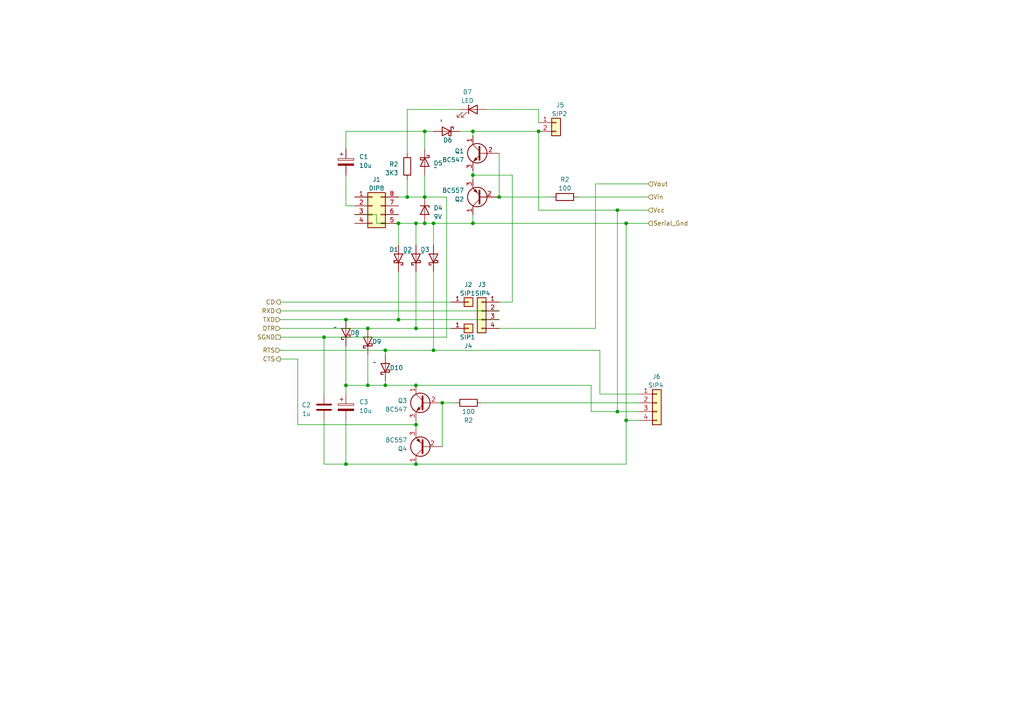
<source format=kicad_sch>
(kicad_sch (version 20230121) (generator eeschema)
  (paper "A4")
  (title_block (title "Serial Communication Interface") (date "2023-05-23") (rev "1"))
  (lib_symbols
    (symbol "Connector_Generic:Conn_01x01" (pin_names (offset 1.016) hide)
      (property "Reference" "J" (at 0 2.54 0))
      (property "Value" "Conn_01x01" (at 0 -2.54 0))
      (symbol "Conn_01x01_1_1"
        (rectangle (start -1.27 0.127) (end 0 -0.127) (stroke (width 0.1524)))
        (rectangle (start -1.27 1.27) (end 1.27 -1.27) (stroke (width 0.254)) (fill (type background)))
        (pin passive line (at -5.08 0 0) (length 3.81) (name "Pin_1") (number "1"))
      )
    )
    (symbol "Connector_Generic:Conn_01x02" (pin_names (offset 1.016) hide)
      (property "Reference" "J" (at 0 2.54 0))
      (property "Value" "Conn_01x02" (at 0 -5.08 0))
      (symbol "Conn_01x02_1_1"
        (rectangle (start -1.27 -2.413) (end 0 -2.667) (stroke (width 0.1524)))
        (rectangle (start -1.27 0.127) (end 0 -0.127) (stroke (width 0.1524)))
        (rectangle (start -1.27 1.27) (end 1.27 -3.81) (stroke (width 0.254)) (fill (type background)))
        (pin passive line (at -5.08 0 0) (length 3.81) (name "Pin_1") (number "1"))
        (pin passive line (at -5.08 -2.54 0) (length 3.81) (name "Pin_2") (number "2"))
      )
    )
    (symbol "Connector_Generic:Conn_01x04" (pin_names (offset 1.016) hide)
      (property "Reference" "J" (at 0 5.08 0))
      (property "Value" "Conn_01x04" (at 0 -7.62 0))
      (symbol "Conn_01x04_1_1"
        (rectangle (start -1.27 -4.953) (end 0 -5.207) (stroke (width 0.1524)))
        (rectangle (start -1.27 -2.413) (end 0 -2.667) (stroke (width 0.1524)))
        (rectangle (start -1.27 0.127) (end 0 -0.127) (stroke (width 0.1524)))
        (rectangle (start -1.27 2.667) (end 0 2.413) (stroke (width 0.1524)))
        (rectangle (start -1.27 3.81) (end 1.27 -6.35) (stroke (width 0.254)) (fill (type background)))
        (pin passive line (at -5.08 2.54 0) (length 3.81) (name "Pin_1") (number "1"))
        (pin passive line (at -5.08 0 0) (length 3.81) (name "Pin_2") (number "2"))
        (pin passive line (at -5.08 -2.54 0) (length 3.81) (name "Pin_3") (number "3"))
        (pin passive line (at -5.08 -5.08 0) (length 3.81) (name "Pin_4") (number "4"))
      )
    )
    (symbol "Connector_Generic:Conn_02x06_Counter_Clockwise" (pin_names (offset 1.016) hide)
      (property "Reference" "J3" (at 1.27 10.16 0))
      (property "Value" "DIP8" (at 1.27 7.62 0))
      (symbol "Conn_02x06_Counter_Clockwise_1_1"
        (rectangle (start -1.27 -2.413) (end 0 -2.667) (stroke (width 0.1524)))
        (rectangle (start -1.27 0.127) (end 0 -0.127) (stroke (width 0.1524)))
        (rectangle (start -1.27 2.667) (end 0 2.413) (stroke (width 0.1524)))
        (rectangle (start -1.27 5.207) (end 0 4.953) (stroke (width 0.1524)))
        (rectangle (start -1.27 6.35) (end 3.81 -3.81) (stroke (width 0.254)) (fill (type background)))
        (rectangle (start 3.81 -2.413) (end 2.54 -2.667) (stroke (width 0.1524)))
        (rectangle (start 3.81 0.127) (end 2.54 -0.127) (stroke (width 0.1524)))
        (rectangle (start 3.81 2.667) (end 2.54 2.413) (stroke (width 0.1524)))
        (rectangle (start 3.81 5.207) (end 2.54 4.953) (stroke (width 0.1524)))
        (pin passive line (at -5.08 5.08 0) (length 3.81) (name "Pin_1") (number "1"))
        (pin passive line (at -5.08 2.54 0) (length 3.81) (name "Pin_2") (number "2"))
        (pin passive line (at -5.08 0 0) (length 3.81) (name "Pin_3") (number "3"))
        (pin passive line (at -5.08 -2.54 0) (length 3.81) (name "Pin_4") (number "4"))
        (pin passive line (at 7.62 -2.54 180) (length 3.81) (name "Pin_5") (number "5"))
        (pin passive line (at 7.62 0 180) (length 3.81) (name "Pin_6") (number "6"))
        (pin passive line (at 7.62 2.54 180) (length 3.81) (name "Pin_7") (number "7"))
        (pin passive line (at 7.62 5.08 180) (length 3.81) (name "Pin_8") (number "8"))
      )
    )
    (symbol "Device:C" (pin_numbers hide) (pin_names (offset 0.254))
      (property "Reference" "C" (at 0.635 2.54 0))
      (property "Value" "C" (at 0.635 -2.54 0))
      (symbol "C_0_1"
        (polyline (pts (xy -2.032 -0.762) (xy 2.032 -0.762)) (stroke (width 0.508)))
        (polyline (pts (xy -2.032 0.762) (xy 2.032 0.762)) (stroke (width 0.508)))
      )
      (symbol "C_1_1"
        (pin passive line (at 0 3.81 270) (length 2.794) (name "~") (number "1"))
        (pin passive line (at 0 -3.81 90) (length 2.794) (name "~") (number "2"))
      )
    )
    (symbol "Device:C_Polarized" (pin_numbers hide) (pin_names (offset 0.254))
      (property "Reference" "C" (at 0.635 2.54 0))
      (property "Value" "C_Polarized" (at 0.635 -2.54 0))
      (symbol "C_Polarized_0_1"
        (rectangle (start -2.286 0.508) (end 2.286 1.016))
        (polyline (pts (xy -1.778 2.286) (xy -0.762 2.286)))
        (polyline (pts (xy -1.27 2.794) (xy -1.27 1.778)))
        (rectangle (start 2.286 -0.508) (end -2.286 -1.016) (fill (type outline)))
      )
      (symbol "C_Polarized_1_1"
        (pin passive line (at 0 3.81 270) (length 2.794) (name "~") (number "1"))
        (pin passive line (at 0 -3.81 90) (length 2.794) (name "~") (number "2"))
      )
    )
    (symbol "Device:D_Zener" (pin_numbers hide) (pin_names (offset 1.016) hide)
      (property "Reference" "D" (at 0 2.54 0))
      (property "Value" "D_Zener" (at 0 -2.54 0))
      (symbol "D_Zener_0_1"
        (polyline (pts (xy 1.27 0) (xy -1.27 0)))
        (polyline (pts (xy -1.27 -1.27) (xy -1.27 1.27) (xy -0.762 1.27)) (stroke (width 0.254)))
        (polyline (pts (xy 1.27 -1.27) (xy 1.27 1.27) (xy -1.27 0) (xy 1.27 -1.27)) (stroke (width 0.254)))
      )
      (symbol "D_Zener_1_1"
        (pin passive line (at -3.81 0 0) (length 2.54) (name "K") (number "1"))
        (pin passive line (at 3.81 0 180) (length 2.54) (name "A") (number "2"))
      )
    )
    (symbol "Device:LED" (pin_numbers hide) (pin_names (offset 1.016) hide)
      (property "Reference" "D" (at 0 2.54 0))
      (property "Value" "LED" (at 0 -2.54 0))
      (symbol "LED_0_1"
        (polyline (pts (xy -1.27 -1.27) (xy -1.27 1.27)) (stroke (width 0.254)))
        (polyline (pts (xy -1.27 0) (xy 1.27 0)))
        (polyline (pts (xy 1.27 -1.27) (xy 1.27 1.27) (xy -1.27 0) (xy 1.27 -1.27)) (stroke (width 0.254)))
        (polyline (pts (xy -3.048 -0.762) (xy -4.572 -2.286) (xy -3.81 -2.286) (xy -4.572 -2.286) (xy -4.572 -1.524)))
        (polyline (pts (xy -1.778 -0.762) (xy -3.302 -2.286) (xy -2.54 -2.286) (xy -3.302 -2.286) (xy -3.302 -1.524)))
      )
      (symbol "LED_1_1"
        (pin passive line (at -3.81 0 0) (length 2.54) (name "K") (number "1"))
        (pin passive line (at 3.81 0 180) (length 2.54) (name "A") (number "2"))
      )
    )
    (symbol "Device:R" (pin_numbers hide) (pin_names (offset 0))
      (property "Reference" "R" (at 2.032 0 90))
      (property "Value" "R" (at 0 0 90))
      (symbol "R_0_1"
        (rectangle (start -1.016 -2.54) (end 1.016 2.54) (stroke (width 0.254)))
      )
      (symbol "R_1_1"
        (pin passive line (at 0 3.81 270) (length 1.27) (name "~") (number "1"))
        (pin passive line (at 0 -3.81 90) (length 1.27) (name "~") (number "2"))
      )
    )
    (symbol "Diode:1N5817" (pin_numbers hide) (pin_names (offset 1.016) hide)
      (property "Reference" "D" (at 0 2.54 0))
      (property "Value" "1N5817" (at 0 -2.54 0))
      (symbol "1N5817_0_1"
        (polyline (pts (xy 1.27 0) (xy -1.27 0)))
        (polyline (pts (xy 1.27 1.27) (xy 1.27 -1.27) (xy -1.27 0) (xy 1.27 1.27)) (stroke (width 0.254)))
        (polyline (pts (xy -1.905 0.635) (xy -1.905 1.27) (xy -1.27 1.27) (xy -1.27 -1.27) (xy -0.635 -1.27) (xy -0.635 -0.635)) (stroke (width 0.254)))
      )
      (symbol "1N5817_1_1"
        (pin passive line (at -3.81 0 0) (length 2.54) (name "K") (number "1"))
        (pin passive line (at 3.81 0 180) (length 2.54) (name "A") (number "2"))
      )
    )
    (symbol "Transistor_BJT:BC547" (pin_names (offset 0) hide)
      (property "Reference" "Q" (at 5.08 1.905 0))
      (property "Value" "BC547" (at 5.08 0 0))
      (symbol "BC547_0_1"
        (polyline (pts (xy 0 0) (xy 0.635 0)))
        (polyline (pts (xy 0.635 0.635) (xy 2.54 2.54)))
        (polyline (pts (xy 0.635 -0.635) (xy 2.54 -2.54) (xy 2.54 -2.54)))
        (polyline (pts (xy 0.635 1.905) (xy 0.635 -1.905) (xy 0.635 -1.905)) (stroke (width 0.508)))
        (polyline (pts (xy 1.27 -1.778) (xy 1.778 -1.27) (xy 2.286 -2.286) (xy 1.27 -1.778) (xy 1.27 -1.778)) (fill (type outline)))
        (circle (center 1.27 0) (radius 2.8194) (stroke (width 0.254)))
      )
      (symbol "BC547_1_1"
        (pin passive line (at 2.54 5.08 270) (length 2.54) (name "C") (number "1"))
        (pin input line (at -5.08 0 0) (length 5.08) (name "B") (number "2"))
        (pin passive line (at 2.54 -5.08 90) (length 2.54) (name "E") (number "3"))
      )
    )
    (symbol "Transistor_BJT:BC557" (pin_names (offset 0) hide)
      (property "Reference" "Q" (at 5.08 1.905 0))
      (property "Value" "BC557" (at 5.08 0 0))
      (symbol "BC557_0_1"
        (polyline (pts (xy 0.635 0.635) (xy 2.54 2.54)))
        (polyline (pts (xy 0.635 -0.635) (xy 2.54 -2.54) (xy 2.54 -2.54)))
        (polyline (pts (xy 0.635 1.905) (xy 0.635 -1.905) (xy 0.635 -1.905)) (stroke (width 0.508)))
        (polyline (pts (xy 2.286 -1.778) (xy 1.778 -2.286) (xy 1.27 -1.27) (xy 2.286 -1.778) (xy 2.286 -1.778)) (fill (type outline)))
        (circle (center 1.27 0) (radius 2.8194) (stroke (width 0.254)))
      )
      (symbol "BC557_1_1"
        (pin passive line (at 2.54 5.08 270) (length 2.54) (name "C") (number "1"))
        (pin input line (at -5.08 0 0) (length 5.715) (name "B") (number "2"))
        (pin passive line (at 2.54 -5.08 90) (length 2.54) (name "E") (number "3"))
      )
    )
  )
  (junction (at 111.76 111.76))
  (junction (at 128.27 116.84))
  (junction (at 125.73 101.6))
  (junction (at 115.57 92.71))
  (junction (at 120.65 64.77))
  (junction (at 123.19 64.77))
  (junction (at 120.65 134.62))
  (junction (at 181.61 64.77))
  (junction (at 144.78 57.15))
  (junction (at 137.16 50.8))
  (junction (at 120.65 111.76))
  (junction (at 106.68 95.25))
  (junction (at 93.98 97.79))
  (junction (at 125.73 64.77))
  (junction (at 100.33 134.62))
  (junction (at 120.65 95.25))
  (junction (at 118.11 57.15))
  (junction (at 137.16 38.1))
  (junction (at 120.65 123.19))
  (junction (at 100.33 92.71))
  (junction (at 111.76 101.6))
  (junction (at 179.07 60.96))
  (junction (at 123.19 38.1))
  (junction (at 115.57 64.77))
  (junction (at 106.68 111.76))
  (junction (at 137.16 64.77))
  (junction (at 100.33 111.76))
  (junction (at 123.19 57.15))
  (junction (at 181.61 121.92))
  (junction (at 156.21 38.1))
  (junction (at 179.07 119.38))
  (bus_entry (at -10.16 -8.89) (size 2.54 2.54))
  (wire (pts (xy 123.19 50.8) (xy 123.19 57.15)))
  (wire (pts (xy 109.22 64.77) (xy 115.57 64.77)))
  (wire (pts (xy 100.33 100.33) (xy 100.33 111.76)))
  (wire (pts (xy 115.57 71.12) (xy 115.57 64.77)))
  (wire (pts (xy 86.36 104.14) (xy 86.36 123.19)))
  (wire (pts (xy 120.65 64.77) (xy 123.19 64.77)))
  (wire (pts (xy 81.28 95.25) (xy 106.68 95.25)))
  (wire (pts (xy 106.68 102.87) (xy 106.68 111.76)))
  (wire (pts (xy 173.99 101.6) (xy 125.73 101.6)))
  (wire (pts (xy 100.33 114.3) (xy 100.33 111.76)))
  (wire (pts (xy 109.22 62.23) (xy 109.22 64.77)))
  (wire (pts (xy 181.61 64.77) (xy 181.61 121.92)))
  (wire (pts (xy 100.33 59.69) (xy 100.33 50.8)))
  (wire (pts (xy 137.16 52.07) (xy 137.16 50.8)))
  (wire (pts (xy 187.96 64.77) (xy 181.61 64.77)))
  (wire (pts (xy 171.45 119.38) (xy 179.07 119.38)))
  (wire (pts (xy 181.61 121.92) (xy 185.42 121.92)))
  (wire (pts (xy 125.73 101.6) (xy 111.76 101.6)))
  (wire (pts (xy 139.7 116.84) (xy 185.42 116.84)))
  (wire (pts (xy 81.28 87.63) (xy 130.81 87.63)))
  (wire (pts (xy 132.08 116.84) (xy 128.27 116.84)))
  (wire (pts (xy 156.21 31.75) (xy 156.21 35.56)))
  (wire (pts (xy 128.27 116.84) (xy 128.27 129.54)))
  (wire (pts (xy 144.78 87.63) (xy 148.59 87.63)))
  (wire (pts (xy 172.72 53.34) (xy 172.72 95.25)))
  (wire (pts (xy 125.73 78.74) (xy 125.73 101.6)))
  (wire (pts (xy 100.33 38.1) (xy 100.33 43.18)))
  (wire (pts (xy 93.98 121.92) (xy 93.98 134.62)))
  (wire (pts (xy 111.76 101.6) (xy 111.76 102.87)))
  (wire (pts (xy 100.33 92.71) (xy 115.57 92.71)))
  (wire (pts (xy 118.11 44.45) (xy 118.11 31.75)))
  (wire (pts (xy 179.07 60.96) (xy 179.07 119.38)))
  (wire (pts (xy 106.68 95.25) (xy 120.65 95.25)))
  (wire (pts (xy 115.57 57.15) (xy 118.11 57.15)))
  (wire (pts (xy 125.73 38.1) (xy 123.19 38.1)))
  (wire (pts (xy 133.35 38.1) (xy 137.16 38.1)))
  (wire (pts (xy 118.11 52.07) (xy 118.11 57.15)))
  (wire (pts (xy 100.33 38.1) (xy 123.19 38.1)))
  (wire (pts (xy 115.57 92.71) (xy 144.78 92.71)))
  (wire (pts (xy 115.57 78.74) (xy 115.57 92.71)))
  (wire (pts (xy 171.45 111.76) (xy 171.45 119.38)))
  (wire (pts (xy 106.68 111.76) (xy 111.76 111.76)))
  (wire (pts (xy 179.07 119.38) (xy 185.42 119.38)))
  (wire (pts (xy 93.98 114.3) (xy 93.98 97.79)))
  (wire (pts (xy 81.28 97.79) (xy 93.98 97.79)))
  (wire (pts (xy 140.97 31.75) (xy 156.21 31.75)))
  (wire (pts (xy 93.98 134.62) (xy 100.33 134.62)))
  (wire (pts (xy 120.65 111.76) (xy 171.45 111.76)))
  (wire (pts (xy 81.28 104.14) (xy 86.36 104.14)))
  (wire (pts (xy 129.54 97.79) (xy 129.54 57.15)))
  (wire (pts (xy 156.21 38.1) (xy 156.21 60.96)))
  (wire (pts (xy 137.16 50.8) (xy 137.16 49.53)))
  (wire (pts (xy 120.65 123.19) (xy 120.65 121.92)))
  (wire (pts (xy 120.65 71.12) (xy 120.65 64.77)))
  (wire (pts (xy 181.61 134.62) (xy 181.61 121.92)))
  (wire (pts (xy 144.78 90.17) (xy 81.28 90.17)))
  (wire (pts (xy 148.59 87.63) (xy 148.59 50.8)))
  (wire (pts (xy 111.76 110.49) (xy 111.76 111.76)))
  (wire (pts (xy 81.28 92.71) (xy 100.33 92.71)))
  (wire (pts (xy 125.73 64.77) (xy 137.16 64.77)))
  (wire (pts (xy 185.42 114.3) (xy 173.99 114.3)))
  (wire (pts (xy 118.11 57.15) (xy 123.19 57.15)))
  (wire (pts (xy 137.16 38.1) (xy 156.21 38.1)))
  (wire (pts (xy 120.65 78.74) (xy 120.65 95.25)))
  (wire (pts (xy 144.78 44.45) (xy 144.78 57.15)))
  (wire (pts (xy 123.19 38.1) (xy 123.19 43.18)))
  (wire (pts (xy 111.76 111.76) (xy 120.65 111.76)))
  (wire (pts (xy 167.64 57.15) (xy 187.96 57.15)))
  (wire (pts (xy 120.65 134.62) (xy 181.61 134.62)))
  (wire (pts (xy 172.72 95.25) (xy 144.78 95.25)))
  (wire (pts (xy 125.73 64.77) (xy 125.73 71.12)))
  (wire (pts (xy 160.02 57.15) (xy 144.78 57.15)))
  (wire (pts (xy 187.96 60.96) (xy 179.07 60.96)))
  (wire (pts (xy 120.65 95.25) (xy 130.81 95.25)))
  (wire (pts (xy 137.16 62.23) (xy 137.16 64.77)))
  (wire (pts (xy 129.54 57.15) (xy 123.19 57.15)))
  (wire (pts (xy 118.11 31.75) (xy 133.35 31.75)))
  (wire (pts (xy 100.33 111.76) (xy 106.68 111.76)))
  (wire (pts (xy 137.16 64.77) (xy 181.61 64.77)))
  (wire (pts (xy 115.57 64.77) (xy 120.65 64.77)))
  (wire (pts (xy 173.99 114.3) (xy 173.99 101.6)))
  (wire (pts (xy 187.96 53.34) (xy 172.72 53.34)))
  (wire (pts (xy 102.87 59.69) (xy 100.33 59.69)))
  (wire (pts (xy 123.19 64.77) (xy 125.73 64.77)))
  (wire (pts (xy 102.87 62.23) (xy 109.22 62.23)))
  (wire (pts (xy 120.65 124.46) (xy 120.65 123.19)))
  (wire (pts (xy 137.16 50.8) (xy 148.59 50.8)))
  (wire (pts (xy 137.16 38.1) (xy 137.16 39.37)))
  (wire (pts (xy 179.07 60.96) (xy 156.21 60.96)))
  (wire (pts (xy 86.36 123.19) (xy 120.65 123.19)))
  (wire (pts (xy 100.33 134.62) (xy 120.65 134.62)))
  (wire (pts (xy 81.28 101.6) (xy 111.76 101.6)))
  (wire (pts (xy 100.33 121.92) (xy 100.33 134.62)))
  (wire (pts (xy 93.98 97.79) (xy 129.54 97.79)))
  (hierarchical_label "RXD" (shape output) (at 81.28 90.17 180))
  (hierarchical_label "CTS" (shape output) (at 81.28 104.14 180))
  (hierarchical_label "Vin" (shape input) (at 187.96 57.15 0))
  (hierarchical_label "DTR" (shape input) (at 81.28 95.25 180))
  (hierarchical_label "SGND" (shape passive) (at 81.28 97.79 180))
  (hierarchical_label "CD" (shape output) (at 81.28 87.63 180))
  (hierarchical_label "Serial_Gnd" (shape input) (at 187.96 64.77 0))
  (hierarchical_label "RTS" (shape input) (at 81.28 101.6 180))
  (hierarchical_label "Vcc" (shape input) (at 187.96 60.96 0))
  (hierarchical_label "TXD" (shape input) (at 81.28 92.71 180))
  (hierarchical_label "Vout" (shape input) (at 187.96 53.34 0))
  (symbol (lib_id "Diode:1N5817") (at 111.76 106.68 90) (unit 1)
    (property "Reference" "D10" (at 113.03 106.68 90) (effects (justify right)))
    (property "Value" "~" (at 109.22 105.0925 90) (effects (justify left)))
    (property "Footprint" "Diode_THT:D_DO-41_SOD81_P10.16mm_Horizontal" (effects hide))
    (property "Datasheet" "http://www.vishay.com/docs/88525/1n5817.pdf" (effects hide))
  )
  (symbol (lib_id "Diode:1N5817") (at 106.68 99.06 90) (unit 1)
    (property "Reference" "D9" (at 107.95 99.06 90) (effects (justify right)))
    (property "Value" "~" (at 104.14 97.4725 90) (effects (justify left)))
    (property "Footprint" "Diode_THT:D_DO-41_SOD81_P10.16mm_Horizontal" (effects hide))
    (property "Datasheet" "http://www.vishay.com/docs/88525/1n5817.pdf" (effects hide))
  )
  (symbol (lib_id "Connector_Generic:Conn_01x01") (at 135.89 87.63 0) (unit 1)
    (property "Reference" "J2" (at 134.62 82.55 0) (effects (justify left)))
    (property "Value" "SIP1" (at 133.35 85.09 0) (effects (justify left)))
    (property "Footprint" "Connector_PinHeader_2.54mm:PinHeader_1x01_P2.54mm_Vertical" (effects hide))
  )
  (symbol (lib_id "Device:C") (at 93.98 118.11 0) (mirror y) (unit 1)
    (property "Reference" "C2" (at 90.17 117.475 0) (effects (justify left)))
    (property "Value" "1u" (at 90.17 120.015 0) (effects (justify left)))
    (property "Footprint" "Capacitor_THT:C_Rect_L9.0mm_W2.5mm_P7.50mm_MKT" (effects hide))
  )
  (symbol (lib_id "Connector_Generic:Conn_01x04") (at 139.7 90.17 0) (mirror y) (unit 1)
    (property "Reference" "J3" (at 140.97 82.55 0) (effects (justify left)))
    (property "Value" "SIP4" (at 142.24 85.09 0) (effects (justify left)))
    (property "Footprint" "Connector_PinHeader_2.54mm:PinHeader_1x04_P2.54mm_Vertical" (effects hide))
  )
  (symbol (lib_id "Device:R") (at 163.83 57.15 270) (unit 1)
    (property "Reference" "R2" (at 163.83 52.07 90))
    (property "Value" "100" (at 163.83 54.61 90))
    (property "Footprint" "Resistor_THT:R_Axial_DIN0207_L6.3mm_D2.5mm_P10.16mm_Horizontal" (effects hide))
    (instances (project "Precision-Lapping-Machine" (path "" (reference "R2") (unit 1)) (path "" (reference "R6") (unit 1)) (path "" (reference "R2") (unit 1))))
  )
  (symbol (lib_id "Device:R") (at 135.89 116.84 270) (mirror x) (unit 1)
    (property "Reference" "R2" (at 135.89 121.92 90))
    (property "Value" "100" (at 135.89 119.38 90))
    (property "Footprint" "Resistor_THT:R_Axial_DIN0207_L6.3mm_D2.5mm_P10.16mm_Horizontal" (effects hide))
    (instances (project "Precision-Lapping-Machine" (path "" (reference "R2") (unit 1)) (path "" (reference "R6") (unit 1)) (path "" (reference "R3") (unit 1))))
  )
  (symbol (lib_id "Connector_Generic:Conn_01x02") (at 161.29 35.56 0) (unit 1)
    (property "Reference" "J5" (at 161.29 30.48 0) (effects (justify left)))
    (property "Value" "SIP2" (at 160.02 33.02 0) (effects (justify left)))
    (property "Footprint" "Connector_PinHeader_2.54mm:PinHeader_1x02_P2.54mm_Vertical" (effects hide))
  )
  (symbol (lib_id "Transistor_BJT:BC557") (at 123.19 129.54 180) (unit 1)
    (property "Reference" "Q4" (at 118.11 130.175 0) (effects (justify left)))
    (property "Value" "BC557" (at 118.11 127.635 0) (effects (justify left)))
    (property "Footprint" "Package_TO_SOT_THT:TO-92_Inline" (effects hide))
    (property "Datasheet" "https://www.onsemi.com/pub/Collateral/BC556BTA-D.pdf" (effects hide))
  )
  (symbol (lib_id "Device:C_Polarized") (at 100.33 46.99 0) (unit 1)
    (property "Reference" "C1" (at 104.14 45.466 0) (effects (justify left)))
    (property "Value" "10u" (at 104.14 48.006 0) (effects (justify left)))
    (property "Footprint" "Capacitor_THT:CP_Radial_D5.0mm_P2.50mm" (effects hide))
  )
  (symbol (lib_id "Diode:1N5817") (at 115.57 74.93 270) (mirror x) (unit 1)
    (property "Reference" "D1" (at 115.57 72.39 90) (effects (justify right)))
    (property "Value" "~" (at 118.11 73.3425 90) (effects (justify left)))
    (property "Footprint" "Diode_THT:D_DO-41_SOD81_P10.16mm_Horizontal" (effects hide))
    (property "Datasheet" "http://www.vishay.com/docs/88525/1n5817.pdf" (effects hide))
  )
  (symbol (lib_id "Connector_Generic:Conn_02x06_Counter_Clockwise") (at 107.95 62.23 0) (unit 1)
    (property "Reference" "J1" (at 109.22 52.07 0))
    (property "Value" "DIP8" (at 109.22 54.61 0))
    (property "Footprint" "Package_DIP:DIP-8_W7.62mm_Socket" (effects hide))
  )
  (symbol (lib_id "Transistor_BJT:BC547") (at 139.7 44.45 0) (mirror y) (unit 1)
    (property "Reference" "Q1" (at 134.62 43.815 0) (effects (justify left)))
    (property "Value" "BC547" (at 134.62 46.355 0) (effects (justify left)))
    (property "Footprint" "Package_TO_SOT_THT:TO-92_Inline" (effects hide))
    (property "Datasheet" "https://www.onsemi.com/pub/Collateral/BC550-D.pdf" (effects hide))
  )
  (symbol (lib_id "Device:C_Polarized") (at 100.33 118.11 0) (unit 1)
    (property "Reference" "C3" (at 104.14 116.586 0) (effects (justify left)))
    (property "Value" "10u" (at 104.14 119.126 0) (effects (justify left)))
    (property "Footprint" "Capacitor_THT:CP_Radial_D5.0mm_P2.50mm" (effects hide))
  )
  (symbol (lib_id "Device:R") (at 118.11 48.26 0) (mirror y) (unit 1)
    (property "Reference" "R2" (at 115.57 47.625 0) (effects (justify left)))
    (property "Value" "3K3" (at 115.57 50.165 0) (effects (justify left)))
    (property "Footprint" "Resistor_THT:R_Axial_DIN0207_L6.3mm_D2.5mm_P10.16mm_Horizontal" (effects hide))
    (instances (project "Precision-Lapping-Machine" (path "" (reference "R2") (unit 1)) (path "" (reference "R6") (unit 1)) (path "" (reference "R1") (unit 1))))
  )
  (symbol (lib_id "Diode:1N5817") (at 129.54 38.1 0) (mirror y) (unit 1)
    (property "Reference" "D6" (at 129.8575 40.64 0))
    (property "Value" "~" (at 127.9525 35.56 90) (effects (justify left)))
    (property "Footprint" "Diode_THT:D_DO-41_SOD81_P10.16mm_Horizontal" (effects hide))
    (property "Datasheet" "http://www.vishay.com/docs/88525/1n5817.pdf" (effects hide))
  )
  (symbol (lib_id "Transistor_BJT:BC547") (at 123.19 116.84 0) (mirror y) (unit 1)
    (property "Reference" "Q3" (at 118.11 116.205 0) (effects (justify left)))
    (property "Value" "BC547" (at 118.11 118.745 0) (effects (justify left)))
    (property "Footprint" "Package_TO_SOT_THT:TO-92_Inline" (effects hide))
    (property "Datasheet" "https://www.onsemi.com/pub/Collateral/BC550-D.pdf" (effects hide))
  )
  (symbol (lib_id "Transistor_BJT:BC557") (at 139.7 57.15 180) (unit 1)
    (property "Reference" "Q2" (at 134.62 57.785 0) (effects (justify left)))
    (property "Value" "BC557" (at 134.62 55.245 0) (effects (justify left)))
    (property "Footprint" "Package_TO_SOT_THT:TO-92_Inline" (effects hide))
    (property "Datasheet" "https://www.onsemi.com/pub/Collateral/BC556BTA-D.pdf" (effects hide))
  )
  (symbol (lib_id "Connector_Generic:Conn_01x01") (at 135.89 95.25 0) (mirror x) (unit 1)
    (property "Reference" "J4" (at 134.62 100.33 0) (effects (justify left)))
    (property "Value" "SIP1" (at 133.35 97.79 0) (effects (justify left)))
    (property "Footprint" "Connector_PinHeader_2.54mm:PinHeader_1x01_P2.54mm_Vertical" (effects hide))
  )
  (symbol (lib_id "Diode:1N5817") (at 123.19 46.99 270) (unit 1)
    (property "Reference" "D5" (at 125.73 47.3075 90) (effects (justify left)))
    (property "Value" "~" (at 125.73 48.5775 90) (effects (justify left)))
    (property "Footprint" "Diode_THT:D_DO-41_SOD81_P10.16mm_Horizontal" (effects hide))
    (property "Datasheet" "http://www.vishay.com/docs/88525/1n5817.pdf" (effects hide))
  )
  (symbol (lib_id "Connector_Generic:Conn_01x04") (at 190.5 116.84 0) (unit 1)
    (property "Reference" "J6" (at 189.23 109.22 0) (effects (justify left)))
    (property "Value" "SIP4" (at 187.96 111.76 0) (effects (justify left)))
    (property "Footprint" "Connector_PinHeader_2.54mm:PinHeader_1x04_P2.54mm_Vertical" (effects hide))
  )
  (symbol (lib_id "Diode:1N5817") (at 125.73 74.93 90) (unit 1)
    (property "Reference" "D3" (at 121.92 72.39 90) (effects (justify right)))
    (property "Value" "~" (at 123.19 73.3425 90) (effects (justify left)))
    (property "Footprint" "Diode_THT:D_DO-41_SOD81_P10.16mm_Horizontal" (effects hide))
    (property "Datasheet" "http://www.vishay.com/docs/88525/1n5817.pdf" (effects hide))
  )
  (symbol (lib_id "Diode:1N5817") (at 100.33 96.52 90) (unit 1)
    (property "Reference" "D8" (at 101.6 96.52 90) (effects (justify right)))
    (property "Value" "~" (at 97.79 94.9325 90) (effects (justify left)))
    (property "Footprint" "Diode_THT:D_DO-41_SOD81_P10.16mm_Horizontal" (effects hide))
    (property "Datasheet" "http://www.vishay.com/docs/88525/1n5817.pdf" (effects hide))
  )
  (symbol (lib_id "Device:LED") (at 137.16 31.75 0) (unit 1)
    (property "Reference" "D7" (at 135.5725 26.67 0))
    (property "Value" "LED" (at 135.5725 29.21 0))
    (property "Footprint" "LED_THT:LED_D3.0mm" (effects hide))
  )
  (symbol (lib_id "Diode:1N5817") (at 120.65 74.93 90) (unit 1)
    (property "Reference" "D2" (at 116.84 72.39 90) (effects (justify right)))
    (property "Value" "~" (at 118.11 73.3425 90) (effects (justify left)))
    (property "Footprint" "Diode_THT:D_DO-41_SOD81_P10.16mm_Horizontal" (effects hide))
    (property "Datasheet" "http://www.vishay.com/docs/88525/1n5817.pdf" (effects hide))
  )
  (symbol (lib_id "Device:D_Zener") (at 123.19 60.96 270) (unit 1)
    (property "Reference" "D4" (at 125.73 60.325 90) (effects (justify left)))
    (property "Value" "9V" (at 125.73 62.865 90) (effects (justify left)))
    (property "Footprint" "Diode_THT:D_DO-41_SOD81_P10.16mm_Horizontal" (effects hide))
  )
)
</source>
